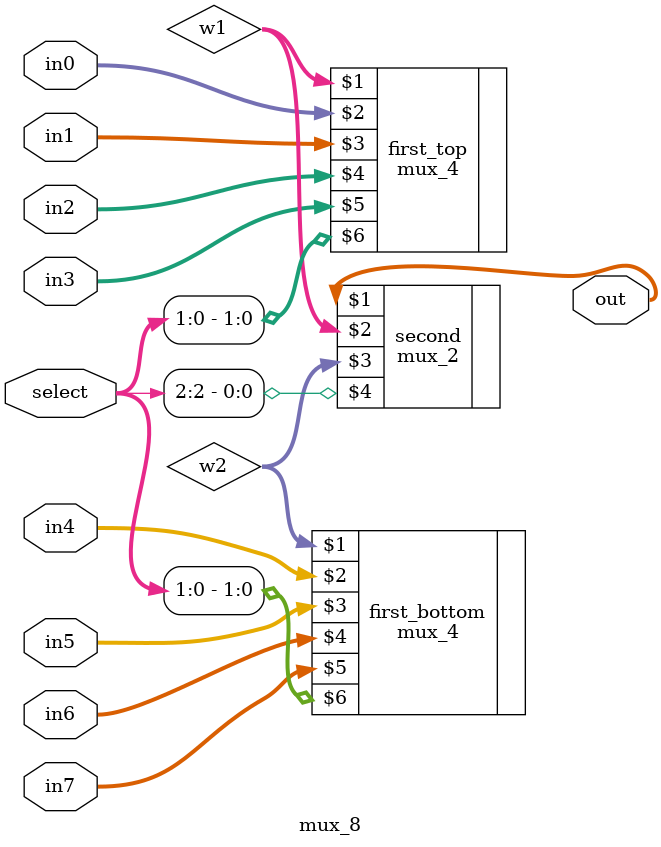
<source format=v>
module mux_8(out, in0, in1, in2, in3, in4, in5, in6, in7, select);
	
	input [2:0] select;
	input [31:0] in0, in1, in2, in3, in4, in5, in6, in7;
	output [31:0] out;
	wire [31:0] w1, w2;
	mux_4 first_top(w1, in0, in1, in2, in3, select[1:0]);
	mux_4 first_bottom(w2, in4, in5, in6, in7, select[1:0]);
	mux_2 second(out, w1, w2, select[2]);
	
endmodule

</source>
